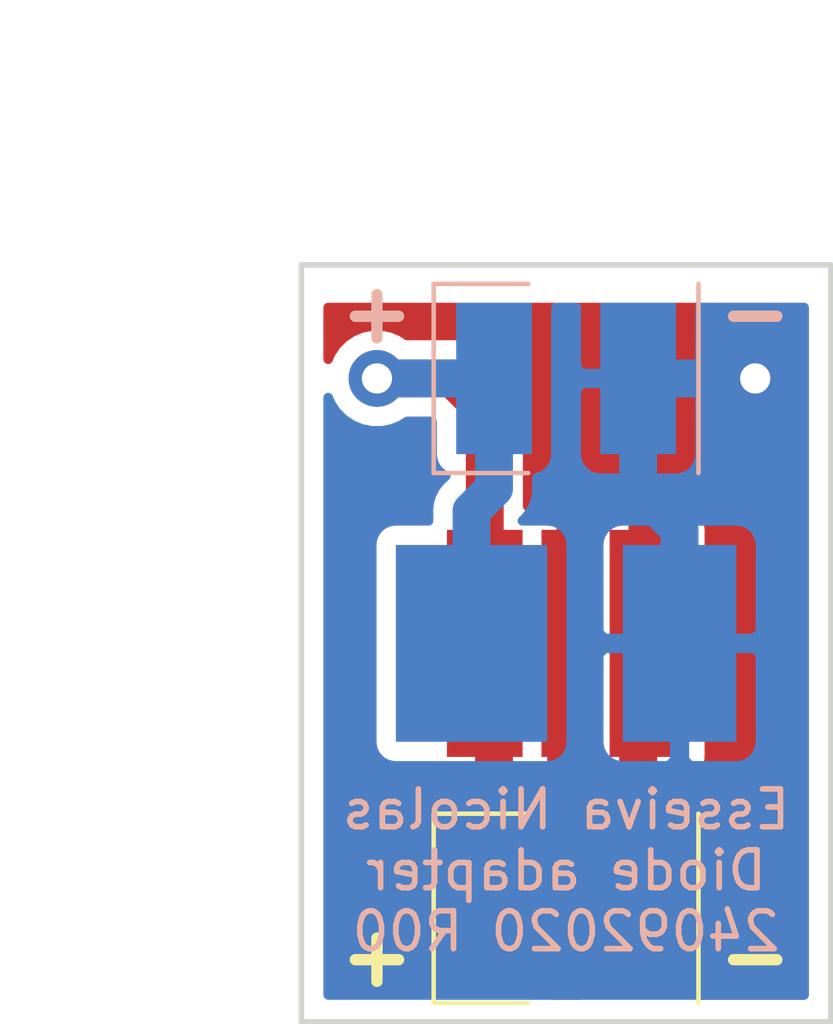
<source format=kicad_pcb>
(kicad_pcb (version 20171130) (host pcbnew "(5.1.6)-1")

  (general
    (thickness 1.6)
    (drawings 11)
    (tracks 24)
    (zones 0)
    (modules 4)
    (nets 3)
  )

  (page A4)
  (title_block
    (title "Led adapter smd")
    (date 2020-09-24)
    (rev 0)
    (company EsseivaN)
    (comment 1 "Esseiva Nicolas")
    (comment 2 "Adapteur pour connecter différent boitier de led")
  )

  (layers
    (0 F.Cu signal)
    (31 B.Cu signal)
    (32 B.Adhes user)
    (33 F.Adhes user)
    (34 B.Paste user)
    (35 F.Paste user)
    (36 B.SilkS user)
    (37 F.SilkS user)
    (38 B.Mask user hide)
    (39 F.Mask user hide)
    (40 Dwgs.User user)
    (41 Cmts.User user)
    (42 Eco1.User user)
    (43 Eco2.User user)
    (44 Edge.Cuts user)
    (45 Margin user)
    (46 B.CrtYd user)
    (47 F.CrtYd user hide)
    (48 B.Fab user)
    (49 F.Fab user hide)
  )

  (setup
    (last_trace_width 1)
    (trace_clearance 0.2)
    (zone_clearance 0.508)
    (zone_45_only yes)
    (trace_min 0.2)
    (via_size 1.5)
    (via_drill 0.8)
    (via_min_size 0.4)
    (via_min_drill 0.3)
    (uvia_size 0.3)
    (uvia_drill 0.1)
    (uvias_allowed no)
    (uvia_min_size 0.2)
    (uvia_min_drill 0.1)
    (edge_width 0.15)
    (segment_width 0.2)
    (pcb_text_width 0.3)
    (pcb_text_size 1.5 1.5)
    (mod_edge_width 0.15)
    (mod_text_size 1 1)
    (mod_text_width 0.15)
    (pad_size 0.5 0.5)
    (pad_drill 0.5)
    (pad_to_mask_clearance 0.2)
    (aux_axis_origin 100 50)
    (grid_origin 100 50)
    (visible_elements 7FFFFF7F)
    (pcbplotparams
      (layerselection 0x010f0_ffffffff)
      (usegerberextensions true)
      (usegerberattributes false)
      (usegerberadvancedattributes false)
      (creategerberjobfile false)
      (excludeedgelayer true)
      (linewidth 0.100000)
      (plotframeref false)
      (viasonmask false)
      (mode 1)
      (useauxorigin true)
      (hpglpennumber 1)
      (hpglpenspeed 20)
      (hpglpendiameter 15.000000)
      (psnegative false)
      (psa4output false)
      (plotreference true)
      (plotvalue true)
      (plotinvisibletext false)
      (padsonsilk false)
      (subtractmaskfromsilk false)
      (outputformat 1)
      (mirror false)
      (drillshape 0)
      (scaleselection 1)
      (outputdirectory "../Fabrication/Gerber/"))
  )

  (net 0 "")
  (net 1 /V+)
  (net 2 /GND)

  (net_class Default "This is the default net class."
    (clearance 0.2)
    (trace_width 1)
    (via_dia 1.5)
    (via_drill 0.8)
    (uvia_dia 0.3)
    (uvia_drill 0.1)
    (add_net /GND)
    (add_net /V+)
  )

  (module EsseivaN_Lib:WirePad_02 (layer F.Cu) (tedit 5F6BD292) (tstamp 5F6CCBD9)
    (at 107 67)
    (path /5B792F23)
    (fp_text reference X1 (at -4.5 0 90) (layer F.SilkS) hide
      (effects (font (size 1 1) (thickness 0.15)))
    )
    (fp_text value Wires (at 0 -3.5) (layer F.Fab)
      (effects (font (size 1 1) (thickness 0.15)))
    )
    (fp_line (start -3.5 -2.5) (end -1 -2.5) (layer F.SilkS) (width 0.12))
    (fp_line (start -3.5 2.5) (end -1 2.5) (layer F.SilkS) (width 0.12))
    (fp_line (start -3.5 -2.5) (end -3.5 2.5) (layer F.SilkS) (width 0.12))
    (fp_line (start 3.5 -2.5) (end 3.5 2.5) (layer F.SilkS) (width 0.12))
    (pad 1 connect rect (at -1.905 0) (size 2 4) (layers F.Cu F.Mask)
      (net 1 /V+))
    (pad 2 connect rect (at 1.905 0) (size 2 4) (layers F.Cu F.Mask)
      (net 2 /GND))
  )

  (module EsseivaN_Lib:WirePad_02 (layer B.Cu) (tedit 5F6BD292) (tstamp 5F6CCBE2)
    (at 107 53)
    (path /5B793359)
    (fp_text reference X2 (at -4.5 0 -90) (layer B.SilkS) hide
      (effects (font (size 1 1) (thickness 0.15)) (justify mirror))
    )
    (fp_text value Wires (at 0 3.5) (layer B.Fab)
      (effects (font (size 1 1) (thickness 0.15)) (justify mirror))
    )
    (fp_line (start -3.5 2.5) (end -1 2.5) (layer B.SilkS) (width 0.12))
    (fp_line (start -3.5 -2.5) (end -1 -2.5) (layer B.SilkS) (width 0.12))
    (fp_line (start -3.5 2.5) (end -3.5 -2.5) (layer B.SilkS) (width 0.12))
    (fp_line (start 3.5 2.5) (end 3.5 -2.5) (layer B.SilkS) (width 0.12))
    (pad 1 connect rect (at -1.905 0) (size 2 4) (layers B.Cu B.Mask)
      (net 1 /V+))
    (pad 2 connect rect (at 1.905 0) (size 2 4) (layers B.Cu B.Mask)
      (net 2 /GND))
  )

  (module EsseivaN_Lib:LED_LH351D (layer F.Cu) (tedit 5F85F344) (tstamp 5F6CD345)
    (at 107 60 90)
    (tags "XLAMP XT-E LED LH351D")
    (path /5B792FA8)
    (fp_text reference P1 (at -1 4.5 90) (layer F.SilkS) hide
      (effects (font (size 1 1) (thickness 0.15)))
    )
    (fp_text value LED (at 0 -3 90) (layer F.Fab)
      (effects (font (size 1 1) (thickness 0.15)))
    )
    (fp_line (start 3.556 -3.556) (end -3.556 -3.556) (layer F.CrtYd) (width 0.15))
    (fp_line (start -3.556 -3.556) (end -3.556 3.556) (layer F.CrtYd) (width 0.15))
    (fp_line (start -3.556 3.556) (end 3.556 3.556) (layer F.CrtYd) (width 0.15))
    (fp_line (start 3.556 3.556) (end 3.556 -3.556) (layer F.CrtYd) (width 0.15))
    (fp_circle (center 0 0) (end 1.825 0) (layer F.Fab) (width 0.1))
    (fp_line (start -1.75 1.75) (end -1.75 -1.75) (layer F.Fab) (width 0.1))
    (fp_line (start -1.75 -1.75) (end 1.75 -1.75) (layer F.Fab) (width 0.1))
    (fp_line (start 1.75 -1.75) (end 1.75 1.75) (layer F.Fab) (width 0.1))
    (fp_line (start 1.75 1.75) (end -1.75 1.75) (layer F.Fab) (width 0.1))
    (fp_text user - (at 4.445 1.27 90) (layer F.Fab)
      (effects (font (size 1 1) (thickness 0.15)))
    )
    (fp_text user K (at 2.5 4.5 90) (layer F.SilkS) hide
      (effects (font (size 1 1) (thickness 0.15)))
    )
    (fp_text user A (at 2.4 -1.4 90) (layer F.Fab)
      (effects (font (size 1 1) (thickness 0.15)))
    )
    (fp_text user K (at 2.5 4.5 90) (layer F.SilkS) hide
      (effects (font (size 1 1) (thickness 0.15)))
    )
    (fp_text user "XLAMP XT-E compatible" (at 0 -4.5 90) (layer F.Fab) hide
      (effects (font (size 1 1) (thickness 0.15)))
    )
    (pad 2 smd rect (at 0 -2.15 90) (size 6 2) (layers F.Cu F.Paste F.Mask)
      (net 1 /V+))
    (pad 1 smd rect (at 0 2.15 90) (size 6 2) (layers F.Cu F.Paste F.Mask)
      (net 2 /GND))
    (pad 1 smd rect (at 0 0 90) (size 6 1.3) (layers F.Cu F.Paste F.Mask)
      (net 2 /GND))
    (model "C:/Workspace/3D/Cad/ElectronicParts/Led_1414 v5.step"
      (at (xyz 0 0 0))
      (scale (xyz 0.1 0.1 0.1))
      (rotate (xyz 0 0 0))
    )
  )

  (module EsseivaN_Lib:LED_LITTLE_STAR (layer B.Cu) (tedit 5D10A3A9) (tstamp 5F6CD359)
    (at 107 60 90)
    (path /5B793799)
    (fp_text reference P2 (at 6 1 90) (layer B.SilkS) hide
      (effects (font (size 1 1) (thickness 0.15)) (justify mirror))
    )
    (fp_text value LED (at 0 0 90) (layer B.Fab)
      (effects (font (size 1 1) (thickness 0.15)) (justify mirror))
    )
    (fp_line (start -3 -3) (end -3 3) (layer B.Fab) (width 0.15))
    (fp_line (start 3 -3) (end -3 -3) (layer B.Fab) (width 0.15))
    (fp_line (start 3 3) (end 3 -3) (layer B.Fab) (width 0.15))
    (fp_line (start -3 3) (end 3 3) (layer B.Fab) (width 0.15))
    (fp_line (start 3.048 -4.572) (end 3.048 4.572) (layer B.CrtYd) (width 0.15))
    (fp_line (start -3.048 -4.572) (end 3.048 -4.572) (layer B.CrtYd) (width 0.15))
    (fp_line (start -3.048 4.572) (end -3.048 -4.572) (layer B.CrtYd) (width 0.15))
    (fp_line (start 3.048 4.572) (end -3.048 4.572) (layer B.CrtYd) (width 0.15))
    (fp_text user - (at 4.064 3 90) (layer B.Fab) hide
      (effects (font (size 1 1) (thickness 0.15)) (justify mirror))
    )
    (fp_text user K (at 5 3 90) (layer B.Fab)
      (effects (font (size 1 1) (thickness 0.15)) (justify mirror))
    )
    (pad 1 smd rect (at 0 3 90) (size 5.2 3) (layers B.Cu B.Paste B.Mask)
      (net 2 /GND))
    (pad 2 smd rect (at 0 -2.5 90) (size 5.2 4) (layers B.Cu B.Paste B.Mask)
      (net 1 /V+))
  )

  (gr_text "Esseiva Nicolas\nDiode adapter\n24092020 R00" (at 107 66) (layer B.SilkS)
    (effects (font (size 1 1) (thickness 0.15)) (justify mirror))
  )
  (gr_line (start 114 50) (end 114 70) (layer Edge.Cuts) (width 0.15))
  (gr_line (start 100 70) (end 114 70) (layer Edge.Cuts) (width 0.15) (tstamp 5F6CDEC9))
  (dimension 20 (width 0.15) (layer Dwgs.User)
    (gr_text "20,000 mm" (at 95.7 60 90) (layer Dwgs.User)
      (effects (font (size 1 1) (thickness 0.15)))
    )
    (feature1 (pts (xy 100 50) (xy 96.413579 50)))
    (feature2 (pts (xy 100 70) (xy 96.413579 70)))
    (crossbar (pts (xy 97 70) (xy 97 50)))
    (arrow1a (pts (xy 97 50) (xy 97.586421 51.126504)))
    (arrow1b (pts (xy 97 50) (xy 96.413579 51.126504)))
    (arrow2a (pts (xy 97 70) (xy 97.586421 68.873496)))
    (arrow2b (pts (xy 97 70) (xy 96.413579 68.873496)))
  )
  (gr_text + (at 102 68.25) (layer F.SilkS) (tstamp 5F6CD8DF)
    (effects (font (size 1.5 1.5) (thickness 0.3)))
  )
  (gr_text - (at 112 68.25) (layer F.SilkS) (tstamp 5F6CD8DB)
    (effects (font (size 1.5 1.5) (thickness 0.3)))
  )
  (dimension 14 (width 0.15) (layer Dwgs.User)
    (gr_text "14,000 mm" (at 107 43.7) (layer Dwgs.User)
      (effects (font (size 1 1) (thickness 0.15)))
    )
    (feature1 (pts (xy 114 50) (xy 114 44.413579)))
    (feature2 (pts (xy 100 50) (xy 100 44.413579)))
    (crossbar (pts (xy 100 45) (xy 114 45)))
    (arrow1a (pts (xy 114 45) (xy 112.873496 45.586421)))
    (arrow1b (pts (xy 114 45) (xy 112.873496 44.413579)))
    (arrow2a (pts (xy 100 45) (xy 101.126504 45.586421)))
    (arrow2b (pts (xy 100 45) (xy 101.126504 44.413579)))
  )
  (gr_line (start 100 50) (end 100 70) (layer Edge.Cuts) (width 0.15))
  (gr_line (start 100 50) (end 114 50) (layer Edge.Cuts) (width 0.15))
  (gr_text - (at 112 51.25) (layer B.SilkS) (tstamp 5F6CD9A6)
    (effects (font (size 1.5 1.5) (thickness 0.3)) (justify mirror))
  )
  (gr_text + (at 102 51.25) (layer B.SilkS) (tstamp 5D10D725)
    (effects (font (size 1.5 1.5) (thickness 0.3)) (justify mirror))
  )

  (via (at 102 53) (size 1.5) (drill 0.8) (layers F.Cu B.Cu) (net 1))
  (segment (start 105.095 53) (end 102 53) (width 1) (layer B.Cu) (net 1) (status 10))
  (segment (start 105.095 53) (end 105.095 55.905) (width 1) (layer B.Cu) (net 1) (status 10))
  (segment (start 104.5 56.5) (end 104.5 60) (width 1) (layer B.Cu) (net 1) (status 20))
  (segment (start 105.095 55.905) (end 104.5 56.5) (width 1) (layer B.Cu) (net 1))
  (segment (start 105.095 60.245) (end 104.85 60) (width 1) (layer F.Cu) (net 1) (status 30))
  (segment (start 105.095 67) (end 105.095 60.245) (width 1) (layer F.Cu) (net 1) (status 30))
  (segment (start 104.85 53.85) (end 104 53) (width 1) (layer F.Cu) (net 1))
  (segment (start 104.85 60) (end 104.85 53.85) (width 1) (layer F.Cu) (net 1) (status 10))
  (segment (start 104 53) (end 102 53) (width 1) (layer F.Cu) (net 1))
  (via (at 112 53) (size 1.5) (drill 0.8) (layers F.Cu B.Cu) (net 2))
  (segment (start 108.905 53) (end 112 53) (width 1) (layer B.Cu) (net 2) (status 10))
  (segment (start 110 60) (end 110 57) (width 1) (layer B.Cu) (net 2) (status 10))
  (segment (start 108.905 55.905) (end 108.905 53) (width 1) (layer B.Cu) (net 2) (status 20))
  (segment (start 110 57) (end 108.905 55.905) (width 1) (layer B.Cu) (net 2))
  (segment (start 108.905 60.245) (end 109.15 60) (width 1) (layer F.Cu) (net 2) (status 30))
  (segment (start 107 60) (end 107 63.5) (width 1) (layer F.Cu) (net 2) (status 10))
  (segment (start 107 63.5) (end 107.405 63.905) (width 1) (layer F.Cu) (net 2))
  (segment (start 107.405 63.905) (end 108.905 63.905) (width 1) (layer F.Cu) (net 2))
  (segment (start 108.905 67) (end 108.905 63.905) (width 1) (layer F.Cu) (net 2) (status 10))
  (segment (start 108.905 63.905) (end 108.905 60.245) (width 1) (layer F.Cu) (net 2) (status 20))
  (segment (start 109.15 53.85) (end 110 53) (width 1) (layer F.Cu) (net 2))
  (segment (start 109.15 60) (end 109.15 53.85) (width 1) (layer F.Cu) (net 2) (status 10))
  (segment (start 110 53) (end 112 53) (width 1) (layer F.Cu) (net 2))

  (zone (net 2) (net_name /GND) (layer F.Cu) (tstamp 5F85F55B) (hatch edge 0.508)
    (connect_pads (clearance 0.508))
    (min_thickness 0.254)
    (fill yes (arc_segments 32) (thermal_gap 0.508) (thermal_bridge_width 0.508))
    (polygon
      (pts
        (xy 100 49.970613) (xy 114 50) (xy 114 70) (xy 100 70)
      )
    )
    (filled_polygon
      (pts
        (xy 113.290001 69.29) (xy 110.47001 69.29) (xy 110.494502 69.24418) (xy 110.530812 69.124482) (xy 110.543072 69)
        (xy 110.54 67.28575) (xy 110.38125 67.127) (xy 109.032 67.127) (xy 109.032 67.147) (xy 108.778 67.147)
        (xy 108.778 67.127) (xy 107.42875 67.127) (xy 107.27 67.28575) (xy 107.266928 69) (xy 107.279188 69.124482)
        (xy 107.315498 69.24418) (xy 107.33999 69.29) (xy 106.66001 69.29) (xy 106.684502 69.24418) (xy 106.720812 69.124482)
        (xy 106.733072 69) (xy 106.733072 65) (xy 107.266928 65) (xy 107.27 66.71425) (xy 107.42875 66.873)
        (xy 108.778 66.873) (xy 108.778 64.52375) (xy 109.032 64.52375) (xy 109.032 66.873) (xy 110.38125 66.873)
        (xy 110.54 66.71425) (xy 110.543072 65) (xy 110.530812 64.875518) (xy 110.494502 64.75582) (xy 110.435537 64.645506)
        (xy 110.356185 64.548815) (xy 110.259494 64.469463) (xy 110.14918 64.410498) (xy 110.029482 64.374188) (xy 109.905 64.361928)
        (xy 109.19075 64.365) (xy 109.032 64.52375) (xy 108.778 64.52375) (xy 108.61925 64.365) (xy 107.905 64.361928)
        (xy 107.780518 64.374188) (xy 107.66082 64.410498) (xy 107.550506 64.469463) (xy 107.453815 64.548815) (xy 107.374463 64.645506)
        (xy 107.315498 64.75582) (xy 107.279188 64.875518) (xy 107.266928 65) (xy 106.733072 65) (xy 106.720812 64.875518)
        (xy 106.684502 64.75582) (xy 106.625537 64.645506) (xy 106.546185 64.548815) (xy 106.449494 64.469463) (xy 106.33918 64.410498)
        (xy 106.23 64.377379) (xy 106.23 63.626253) (xy 106.35 63.638072) (xy 106.71425 63.635) (xy 106.873 63.47625)
        (xy 106.873 60.127) (xy 107.127 60.127) (xy 107.127 63.47625) (xy 107.28575 63.635) (xy 107.65 63.638072)
        (xy 107.774482 63.625812) (xy 107.89418 63.589502) (xy 107.9 63.586391) (xy 107.90582 63.589502) (xy 108.025518 63.625812)
        (xy 108.15 63.638072) (xy 108.86425 63.635) (xy 109.023 63.47625) (xy 109.023 60.127) (xy 109.277 60.127)
        (xy 109.277 63.47625) (xy 109.43575 63.635) (xy 110.15 63.638072) (xy 110.274482 63.625812) (xy 110.39418 63.589502)
        (xy 110.504494 63.530537) (xy 110.601185 63.451185) (xy 110.680537 63.354494) (xy 110.739502 63.24418) (xy 110.775812 63.124482)
        (xy 110.788072 63) (xy 110.785 60.28575) (xy 110.62625 60.127) (xy 109.277 60.127) (xy 109.023 60.127)
        (xy 107.127 60.127) (xy 106.873 60.127) (xy 106.853 60.127) (xy 106.853 59.873) (xy 106.873 59.873)
        (xy 106.873 56.52375) (xy 107.127 56.52375) (xy 107.127 59.873) (xy 109.023 59.873) (xy 109.023 56.52375)
        (xy 109.277 56.52375) (xy 109.277 59.873) (xy 110.62625 59.873) (xy 110.785 59.71425) (xy 110.788072 57)
        (xy 110.775812 56.875518) (xy 110.739502 56.75582) (xy 110.680537 56.645506) (xy 110.601185 56.548815) (xy 110.504494 56.469463)
        (xy 110.39418 56.410498) (xy 110.274482 56.374188) (xy 110.15 56.361928) (xy 109.43575 56.365) (xy 109.277 56.52375)
        (xy 109.023 56.52375) (xy 108.86425 56.365) (xy 108.15 56.361928) (xy 108.025518 56.374188) (xy 107.90582 56.410498)
        (xy 107.9 56.413609) (xy 107.89418 56.410498) (xy 107.774482 56.374188) (xy 107.65 56.361928) (xy 107.28575 56.365)
        (xy 107.127 56.52375) (xy 106.873 56.52375) (xy 106.71425 56.365) (xy 106.35 56.361928) (xy 106.225518 56.374188)
        (xy 106.10582 56.410498) (xy 106.1 56.413609) (xy 106.09418 56.410498) (xy 105.985 56.377379) (xy 105.985 53.905752)
        (xy 105.990491 53.85) (xy 105.968577 53.627501) (xy 105.903676 53.413553) (xy 105.798284 53.216377) (xy 105.691989 53.086856)
        (xy 105.691987 53.086854) (xy 105.656449 53.043551) (xy 105.613145 53.008013) (xy 104.841995 52.236864) (xy 104.806449 52.193551)
        (xy 104.633623 52.051716) (xy 104.436447 51.946324) (xy 104.222499 51.881423) (xy 104.055752 51.865) (xy 104.055751 51.865)
        (xy 104 51.859509) (xy 103.944249 51.865) (xy 102.794286 51.865) (xy 102.656043 51.772629) (xy 102.403989 51.668225)
        (xy 102.136411 51.615) (xy 101.863589 51.615) (xy 101.596011 51.668225) (xy 101.343957 51.772629) (xy 101.117114 51.924201)
        (xy 100.924201 52.117114) (xy 100.772629 52.343957) (xy 100.71 52.495157) (xy 100.71 51.127) (xy 113.29 51.127)
      )
    )
  )
  (zone (net 2) (net_name /GND) (layer B.Cu) (tstamp 5F85F558) (hatch edge 0.508)
    (connect_pads (clearance 0.508))
    (min_thickness 0.254)
    (fill yes (arc_segments 32) (thermal_gap 0.508) (thermal_bridge_width 0.508))
    (polygon
      (pts
        (xy 100 49.970613) (xy 114 50) (xy 114 70) (xy 100 70)
      )
    )
    (filled_polygon
      (pts
        (xy 107.27 52.71425) (xy 107.42875 52.873) (xy 108.778 52.873) (xy 108.778 52.853) (xy 109.032 52.853)
        (xy 109.032 52.873) (xy 110.38125 52.873) (xy 110.54 52.71425) (xy 110.542844 51.127) (xy 113.29 51.127)
        (xy 113.290001 69.29) (xy 100.71 69.29) (xy 100.71 53.504843) (xy 100.772629 53.656043) (xy 100.924201 53.882886)
        (xy 101.117114 54.075799) (xy 101.343957 54.227371) (xy 101.596011 54.331775) (xy 101.863589 54.385) (xy 102.136411 54.385)
        (xy 102.403989 54.331775) (xy 102.656043 54.227371) (xy 102.794286 54.135) (xy 103.456928 54.135) (xy 103.456928 55)
        (xy 103.469188 55.124482) (xy 103.505498 55.24418) (xy 103.564463 55.354494) (xy 103.643815 55.451185) (xy 103.740506 55.530537)
        (xy 103.8212 55.573669) (xy 103.736865 55.658004) (xy 103.693551 55.693551) (xy 103.551716 55.866377) (xy 103.446325 56.063553)
        (xy 103.446324 56.063554) (xy 103.381423 56.277502) (xy 103.359509 56.5) (xy 103.365 56.555752) (xy 103.365 56.761928)
        (xy 102.5 56.761928) (xy 102.375518 56.774188) (xy 102.25582 56.810498) (xy 102.145506 56.869463) (xy 102.048815 56.948815)
        (xy 101.969463 57.045506) (xy 101.910498 57.15582) (xy 101.874188 57.275518) (xy 101.861928 57.4) (xy 101.861928 62.6)
        (xy 101.874188 62.724482) (xy 101.910498 62.84418) (xy 101.969463 62.954494) (xy 102.048815 63.051185) (xy 102.145506 63.130537)
        (xy 102.25582 63.189502) (xy 102.375518 63.225812) (xy 102.5 63.238072) (xy 106.5 63.238072) (xy 106.624482 63.225812)
        (xy 106.74418 63.189502) (xy 106.854494 63.130537) (xy 106.951185 63.051185) (xy 107.030537 62.954494) (xy 107.089502 62.84418)
        (xy 107.125812 62.724482) (xy 107.138072 62.6) (xy 107.861928 62.6) (xy 107.874188 62.724482) (xy 107.910498 62.84418)
        (xy 107.969463 62.954494) (xy 108.048815 63.051185) (xy 108.145506 63.130537) (xy 108.25582 63.189502) (xy 108.375518 63.225812)
        (xy 108.5 63.238072) (xy 109.71425 63.235) (xy 109.873 63.07625) (xy 109.873 60.127) (xy 110.127 60.127)
        (xy 110.127 63.07625) (xy 110.28575 63.235) (xy 111.5 63.238072) (xy 111.624482 63.225812) (xy 111.74418 63.189502)
        (xy 111.854494 63.130537) (xy 111.951185 63.051185) (xy 112.030537 62.954494) (xy 112.089502 62.84418) (xy 112.125812 62.724482)
        (xy 112.138072 62.6) (xy 112.135 60.28575) (xy 111.97625 60.127) (xy 110.127 60.127) (xy 109.873 60.127)
        (xy 108.02375 60.127) (xy 107.865 60.28575) (xy 107.861928 62.6) (xy 107.138072 62.6) (xy 107.138072 57.4)
        (xy 107.861928 57.4) (xy 107.865 59.71425) (xy 108.02375 59.873) (xy 109.873 59.873) (xy 109.873 56.92375)
        (xy 110.127 56.92375) (xy 110.127 59.873) (xy 111.97625 59.873) (xy 112.135 59.71425) (xy 112.138072 57.4)
        (xy 112.125812 57.275518) (xy 112.089502 57.15582) (xy 112.030537 57.045506) (xy 111.951185 56.948815) (xy 111.854494 56.869463)
        (xy 111.74418 56.810498) (xy 111.624482 56.774188) (xy 111.5 56.761928) (xy 110.28575 56.765) (xy 110.127 56.92375)
        (xy 109.873 56.92375) (xy 109.71425 56.765) (xy 108.5 56.761928) (xy 108.375518 56.774188) (xy 108.25582 56.810498)
        (xy 108.145506 56.869463) (xy 108.048815 56.948815) (xy 107.969463 57.045506) (xy 107.910498 57.15582) (xy 107.874188 57.275518)
        (xy 107.861928 57.4) (xy 107.138072 57.4) (xy 107.125812 57.275518) (xy 107.089502 57.15582) (xy 107.030537 57.045506)
        (xy 106.951185 56.948815) (xy 106.854494 56.869463) (xy 106.74418 56.810498) (xy 106.624482 56.774188) (xy 106.5 56.761928)
        (xy 105.843203 56.761928) (xy 105.858135 56.746996) (xy 105.901449 56.711449) (xy 106.043284 56.538623) (xy 106.148676 56.341447)
        (xy 106.213577 56.127499) (xy 106.23 55.960752) (xy 106.235491 55.905001) (xy 106.23 55.849249) (xy 106.23 55.622621)
        (xy 106.33918 55.589502) (xy 106.449494 55.530537) (xy 106.546185 55.451185) (xy 106.625537 55.354494) (xy 106.684502 55.24418)
        (xy 106.720812 55.124482) (xy 106.733072 55) (xy 107.266928 55) (xy 107.279188 55.124482) (xy 107.315498 55.24418)
        (xy 107.374463 55.354494) (xy 107.453815 55.451185) (xy 107.550506 55.530537) (xy 107.66082 55.589502) (xy 107.780518 55.625812)
        (xy 107.905 55.638072) (xy 108.61925 55.635) (xy 108.778 55.47625) (xy 108.778 53.127) (xy 109.032 53.127)
        (xy 109.032 55.47625) (xy 109.19075 55.635) (xy 109.905 55.638072) (xy 110.029482 55.625812) (xy 110.14918 55.589502)
        (xy 110.259494 55.530537) (xy 110.356185 55.451185) (xy 110.435537 55.354494) (xy 110.494502 55.24418) (xy 110.530812 55.124482)
        (xy 110.543072 55) (xy 110.54 53.28575) (xy 110.38125 53.127) (xy 109.032 53.127) (xy 108.778 53.127)
        (xy 107.42875 53.127) (xy 107.27 53.28575) (xy 107.266928 55) (xy 106.733072 55) (xy 106.733072 51.127)
        (xy 107.267156 51.127)
      )
    )
  )
  (zone (net 0) (net_name "") (layer F.Cu) (tstamp 5F6CDAC1) (hatch edge 0.508)
    (connect_pads (clearance 0.508))
    (min_thickness 0.254)
    (keepout (tracks not_allowed) (vias not_allowed) (copperpour not_allowed))
    (fill (arc_segments 32) (thermal_gap 0.508) (thermal_bridge_width 0.508))
    (polygon
      (pts
        (xy 114 51) (xy 100 51) (xy 100 50) (xy 114 50)
      )
    )
  )
  (zone (net 0) (net_name "") (layer B.Cu) (tstamp 5F6CDAC3) (hatch edge 0.508)
    (connect_pads (clearance 0.508))
    (min_thickness 0.254)
    (keepout (tracks not_allowed) (vias not_allowed) (copperpour not_allowed))
    (fill (arc_segments 32) (thermal_gap 0.508) (thermal_bridge_width 0.508))
    (polygon
      (pts
        (xy 114 50) (xy 100 50) (xy 100 51) (xy 114 51)
      )
    )
  )
)

</source>
